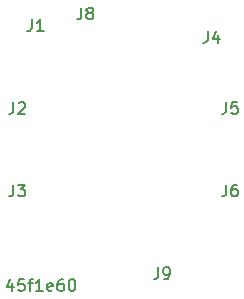
<source format=gbr>
G04 #@! TF.GenerationSoftware,KiCad,Pcbnew,5.1.5-rc1*
G04 #@! TF.CreationDate,2019-11-07T20:29:01+00:00*
G04 #@! TF.ProjectId,substrate_adapter,73756273-7472-4617-9465-5f6164617074,rev?*
G04 #@! TF.SameCoordinates,Original*
G04 #@! TF.FileFunction,Legend,Top*
G04 #@! TF.FilePolarity,Positive*
%FSLAX46Y46*%
G04 Gerber Fmt 4.6, Leading zero omitted, Abs format (unit mm)*
G04 Created by KiCad (PCBNEW 5.1.5-rc1) date 2019-11-07 20:29:01*
%MOMM*%
%LPD*%
G04 APERTURE LIST*
%ADD10C,0.150000*%
G04 APERTURE END LIST*
D10*
X-9428571Y-11785714D02*
X-9428571Y-12452380D01*
X-9666666Y-11404761D02*
X-9904761Y-12119047D01*
X-9285714Y-12119047D01*
X-8428571Y-11452380D02*
X-8904761Y-11452380D01*
X-8952380Y-11928571D01*
X-8904761Y-11880952D01*
X-8809523Y-11833333D01*
X-8571428Y-11833333D01*
X-8476190Y-11880952D01*
X-8428571Y-11928571D01*
X-8380952Y-12023809D01*
X-8380952Y-12261904D01*
X-8428571Y-12357142D01*
X-8476190Y-12404761D01*
X-8571428Y-12452380D01*
X-8809523Y-12452380D01*
X-8904761Y-12404761D01*
X-8952380Y-12357142D01*
X-8095238Y-11785714D02*
X-7714285Y-11785714D01*
X-7952380Y-12452380D02*
X-7952380Y-11595238D01*
X-7904761Y-11500000D01*
X-7809523Y-11452380D01*
X-7714285Y-11452380D01*
X-6857142Y-12452380D02*
X-7428571Y-12452380D01*
X-7142857Y-12452380D02*
X-7142857Y-11452380D01*
X-7238095Y-11595238D01*
X-7333333Y-11690476D01*
X-7428571Y-11738095D01*
X-6047619Y-12404761D02*
X-6142857Y-12452380D01*
X-6333333Y-12452380D01*
X-6428571Y-12404761D01*
X-6476190Y-12309523D01*
X-6476190Y-11928571D01*
X-6428571Y-11833333D01*
X-6333333Y-11785714D01*
X-6142857Y-11785714D01*
X-6047619Y-11833333D01*
X-6000000Y-11928571D01*
X-6000000Y-12023809D01*
X-6476190Y-12119047D01*
X-5142857Y-11452380D02*
X-5333333Y-11452380D01*
X-5428571Y-11500000D01*
X-5476190Y-11547619D01*
X-5571428Y-11690476D01*
X-5619047Y-11880952D01*
X-5619047Y-12261904D01*
X-5571428Y-12357142D01*
X-5523809Y-12404761D01*
X-5428571Y-12452380D01*
X-5238095Y-12452380D01*
X-5142857Y-12404761D01*
X-5095238Y-12357142D01*
X-5047619Y-12261904D01*
X-5047619Y-12023809D01*
X-5095238Y-11928571D01*
X-5142857Y-11880952D01*
X-5238095Y-11833333D01*
X-5428571Y-11833333D01*
X-5523809Y-11880952D01*
X-5571428Y-11928571D01*
X-5619047Y-12023809D01*
X-4428571Y-11452380D02*
X-4333333Y-11452380D01*
X-4238095Y-11500000D01*
X-4190476Y-11547619D01*
X-4142857Y-11642857D01*
X-4095238Y-11833333D01*
X-4095238Y-12071428D01*
X-4142857Y-12261904D01*
X-4190476Y-12357142D01*
X-4238095Y-12404761D01*
X-4333333Y-12452380D01*
X-4428571Y-12452380D01*
X-4523809Y-12404761D01*
X-4571428Y-12357142D01*
X-4619047Y-12261904D01*
X-4666666Y-12071428D01*
X-4666666Y-11833333D01*
X-4619047Y-11642857D01*
X-4571428Y-11547619D01*
X-4523809Y-11500000D01*
X-4428571Y-11452380D01*
X-7783333Y10547619D02*
X-7783333Y9833333D01*
X-7830952Y9690476D01*
X-7926190Y9595238D01*
X-8069047Y9547619D01*
X-8164285Y9547619D01*
X-6783333Y9547619D02*
X-7354761Y9547619D01*
X-7069047Y9547619D02*
X-7069047Y10547619D01*
X-7164285Y10404761D01*
X-7259523Y10309523D01*
X-7354761Y10261904D01*
X-9333333Y3547619D02*
X-9333333Y2833333D01*
X-9380952Y2690476D01*
X-9476190Y2595238D01*
X-9619047Y2547619D01*
X-9714285Y2547619D01*
X-8904761Y3452380D02*
X-8857142Y3500000D01*
X-8761904Y3547619D01*
X-8523809Y3547619D01*
X-8428571Y3500000D01*
X-8380952Y3452380D01*
X-8333333Y3357142D01*
X-8333333Y3261904D01*
X-8380952Y3119047D01*
X-8952380Y2547619D01*
X-8333333Y2547619D01*
X-9333333Y-3452380D02*
X-9333333Y-4166666D01*
X-9380952Y-4309523D01*
X-9476190Y-4404761D01*
X-9619047Y-4452380D01*
X-9714285Y-4452380D01*
X-8952380Y-3452380D02*
X-8333333Y-3452380D01*
X-8666666Y-3833333D01*
X-8523809Y-3833333D01*
X-8428571Y-3880952D01*
X-8380952Y-3928571D01*
X-8333333Y-4023809D01*
X-8333333Y-4261904D01*
X-8380952Y-4357142D01*
X-8428571Y-4404761D01*
X-8523809Y-4452380D01*
X-8809523Y-4452380D01*
X-8904761Y-4404761D01*
X-8952380Y-4357142D01*
X7116666Y9547619D02*
X7116666Y8833333D01*
X7069047Y8690476D01*
X6973809Y8595238D01*
X6830952Y8547619D01*
X6735714Y8547619D01*
X8021428Y9214285D02*
X8021428Y8547619D01*
X7783333Y9595238D02*
X7545238Y8880952D01*
X8164285Y8880952D01*
X8666666Y3547619D02*
X8666666Y2833333D01*
X8619047Y2690476D01*
X8523809Y2595238D01*
X8380952Y2547619D01*
X8285714Y2547619D01*
X9619047Y3547619D02*
X9142857Y3547619D01*
X9095238Y3071428D01*
X9142857Y3119047D01*
X9238095Y3166666D01*
X9476190Y3166666D01*
X9571428Y3119047D01*
X9619047Y3071428D01*
X9666666Y2976190D01*
X9666666Y2738095D01*
X9619047Y2642857D01*
X9571428Y2595238D01*
X9476190Y2547619D01*
X9238095Y2547619D01*
X9142857Y2595238D01*
X9095238Y2642857D01*
X8666666Y-3452380D02*
X8666666Y-4166666D01*
X8619047Y-4309523D01*
X8523809Y-4404761D01*
X8380952Y-4452380D01*
X8285714Y-4452380D01*
X9571428Y-3452380D02*
X9380952Y-3452380D01*
X9285714Y-3500000D01*
X9238095Y-3547619D01*
X9142857Y-3690476D01*
X9095238Y-3880952D01*
X9095238Y-4261904D01*
X9142857Y-4357142D01*
X9190476Y-4404761D01*
X9285714Y-4452380D01*
X9476190Y-4452380D01*
X9571428Y-4404761D01*
X9619047Y-4357142D01*
X9666666Y-4261904D01*
X9666666Y-4023809D01*
X9619047Y-3928571D01*
X9571428Y-3880952D01*
X9476190Y-3833333D01*
X9285714Y-3833333D01*
X9190476Y-3880952D01*
X9142857Y-3928571D01*
X9095238Y-4023809D01*
X-3583333Y11547619D02*
X-3583333Y10833333D01*
X-3630952Y10690476D01*
X-3726190Y10595238D01*
X-3869047Y10547619D01*
X-3964285Y10547619D01*
X-2964285Y11119047D02*
X-3059523Y11166666D01*
X-3107142Y11214285D01*
X-3154761Y11309523D01*
X-3154761Y11357142D01*
X-3107142Y11452380D01*
X-3059523Y11500000D01*
X-2964285Y11547619D01*
X-2773809Y11547619D01*
X-2678571Y11500000D01*
X-2630952Y11452380D01*
X-2583333Y11357142D01*
X-2583333Y11309523D01*
X-2630952Y11214285D01*
X-2678571Y11166666D01*
X-2773809Y11119047D01*
X-2964285Y11119047D01*
X-3059523Y11071428D01*
X-3107142Y11023809D01*
X-3154761Y10928571D01*
X-3154761Y10738095D01*
X-3107142Y10642857D01*
X-3059523Y10595238D01*
X-2964285Y10547619D01*
X-2773809Y10547619D01*
X-2678571Y10595238D01*
X-2630952Y10642857D01*
X-2583333Y10738095D01*
X-2583333Y10928571D01*
X-2630952Y11023809D01*
X-2678571Y11071428D01*
X-2773809Y11119047D01*
X2916666Y-10452380D02*
X2916666Y-11166666D01*
X2869047Y-11309523D01*
X2773809Y-11404761D01*
X2630952Y-11452380D01*
X2535714Y-11452380D01*
X3440476Y-11452380D02*
X3630952Y-11452380D01*
X3726190Y-11404761D01*
X3773809Y-11357142D01*
X3869047Y-11214285D01*
X3916666Y-11023809D01*
X3916666Y-10642857D01*
X3869047Y-10547619D01*
X3821428Y-10500000D01*
X3726190Y-10452380D01*
X3535714Y-10452380D01*
X3440476Y-10500000D01*
X3392857Y-10547619D01*
X3345238Y-10642857D01*
X3345238Y-10880952D01*
X3392857Y-10976190D01*
X3440476Y-11023809D01*
X3535714Y-11071428D01*
X3726190Y-11071428D01*
X3821428Y-11023809D01*
X3869047Y-10976190D01*
X3916666Y-10880952D01*
M02*

</source>
